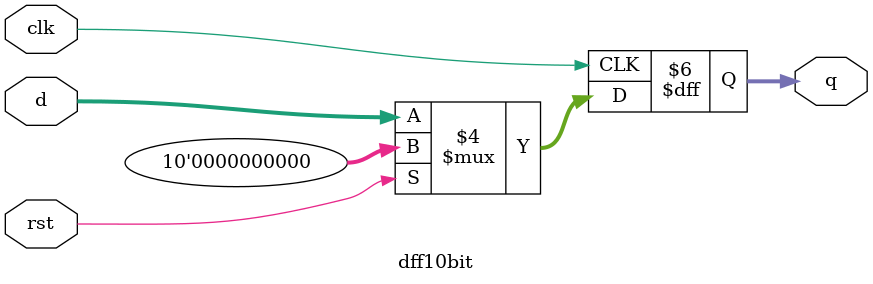
<source format=v>
`timescale 1ns / 1ps

module dff10bit (clk,rst,d,q);
  input clk;
  input rst;
  input[9:0] d;
  output reg[9:0] q;

  always @(posedge clk)
		begin
		  if(rst==1) 
			begin
				q<=0;
			end
		  else 
			begin 
				q<=d;
			end
		end

endmodule


</source>
